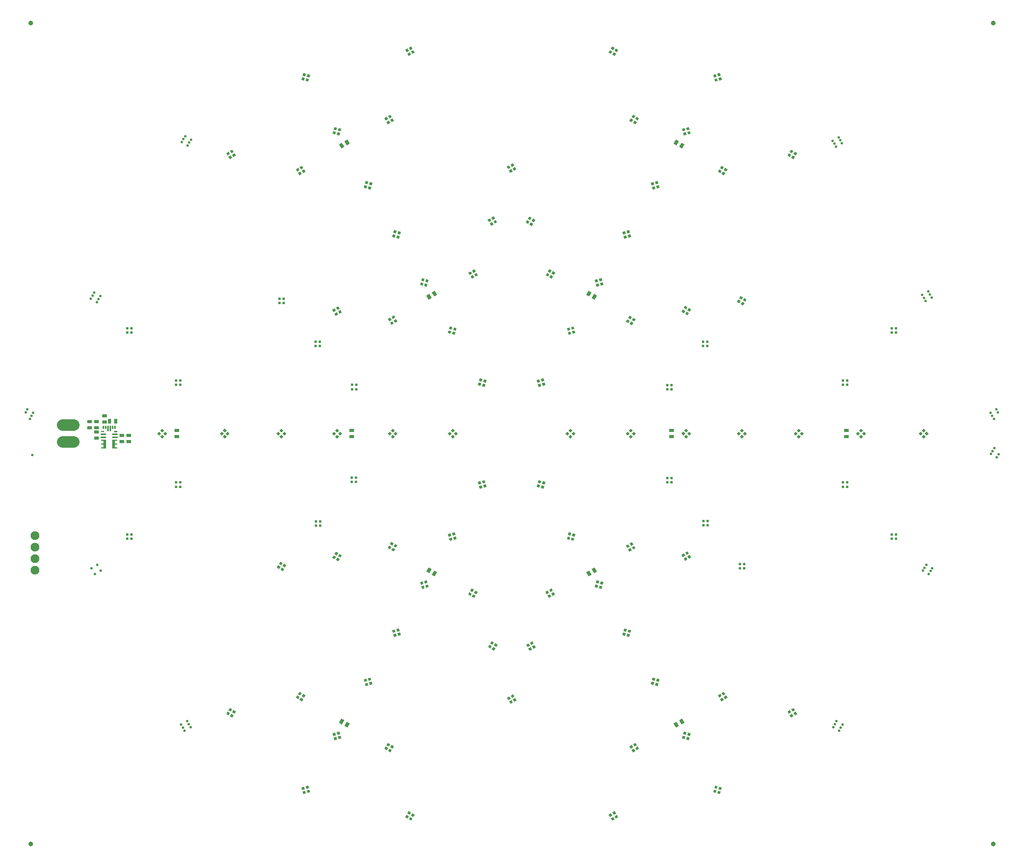
<source format=gbr>
G04 EAGLE Gerber RS-274X export*
G75*
%MOMM*%
%FSLAX34Y34*%
%LPD*%
%INSoldermask Top*%
%IPPOS*%
%AMOC8*
5,1,8,0,0,1.08239X$1,22.5*%
G01*
%ADD10C,0.550800*%
%ADD11C,2.550800*%
%ADD12C,1.050800*%
%ADD13R,0.600800X0.600800*%
%ADD14R,0.600800X0.600800*%
%ADD15R,1.050800X0.750800*%
%ADD16R,0.750800X1.050800*%
%ADD17R,1.150800X0.300800*%
%ADD18R,0.750800X0.300800*%
%ADD19R,0.300800X1.150800*%
%ADD20R,0.300800X0.750800*%
%ADD21C,1.930400*%

G36*
X186105Y951749D02*
X186105Y951749D01*
X186105Y951750D01*
X186105Y971250D01*
X186101Y971255D01*
X186100Y971255D01*
X175100Y971255D01*
X175095Y971251D01*
X175095Y971250D01*
X175095Y968750D01*
X175099Y968745D01*
X175100Y968745D01*
X180095Y968745D01*
X180095Y962755D01*
X175100Y962755D01*
X175095Y962751D01*
X175095Y962750D01*
X175095Y960250D01*
X175099Y960245D01*
X175100Y960245D01*
X180095Y960245D01*
X180095Y954255D01*
X175100Y954255D01*
X175095Y954251D01*
X175095Y954250D01*
X175095Y951750D01*
X175099Y951745D01*
X175100Y951745D01*
X186100Y951745D01*
X186105Y951749D01*
G37*
G36*
X211105Y951749D02*
X211105Y951749D01*
X211105Y951750D01*
X211105Y954250D01*
X211101Y954255D01*
X211100Y954255D01*
X206105Y954255D01*
X206105Y960245D01*
X211100Y960245D01*
X211105Y960249D01*
X211105Y960250D01*
X211105Y962750D01*
X211101Y962755D01*
X211100Y962755D01*
X206105Y962755D01*
X206105Y968745D01*
X211100Y968745D01*
X211105Y968749D01*
X211105Y968750D01*
X211105Y971250D01*
X211101Y971255D01*
X211100Y971255D01*
X200100Y971255D01*
X200095Y971251D01*
X200095Y971250D01*
X200095Y951750D01*
X200099Y951745D01*
X200100Y951745D01*
X211100Y951745D01*
X211105Y951749D01*
G37*
G36*
X182105Y988249D02*
X182105Y988249D01*
X182105Y988250D01*
X182105Y989500D01*
X182103Y989502D01*
X182104Y989504D01*
X180854Y990754D01*
X180851Y990754D01*
X180850Y990755D01*
X175100Y990755D01*
X175095Y990751D01*
X175095Y990750D01*
X175095Y988250D01*
X175099Y988245D01*
X175100Y988245D01*
X182100Y988245D01*
X182105Y988249D01*
G37*
D10*
X1787835Y337590D03*
X1791585Y344085D03*
X1795335Y350580D03*
X1800825Y330090D03*
X1804575Y336585D03*
X1808325Y343080D03*
X1985335Y682590D03*
X1989085Y689085D03*
X1992835Y695580D03*
X1998325Y675090D03*
X2002075Y681585D03*
X2005825Y688080D03*
X352835Y1627590D03*
X356585Y1634085D03*
X360335Y1640580D03*
X365825Y1620090D03*
X369575Y1626585D03*
X373325Y1633080D03*
X152835Y1282590D03*
X156585Y1289085D03*
X160335Y1295580D03*
X165825Y1275090D03*
X169575Y1281585D03*
X173325Y1288080D03*
X174665Y682590D03*
X167165Y695580D03*
X161675Y675090D03*
X154175Y688080D03*
X372165Y337590D03*
X368415Y344085D03*
X364665Y350580D03*
X359175Y330090D03*
X355425Y336585D03*
X351675Y343080D03*
X2004665Y1285090D03*
X2000915Y1291585D03*
X1997165Y1298080D03*
X1991675Y1277590D03*
X1987925Y1284085D03*
X1984175Y1290580D03*
X1807165Y1625090D03*
X1803415Y1631585D03*
X1799665Y1638080D03*
X1794175Y1617590D03*
X1790425Y1624085D03*
X1786675Y1630580D03*
X2150915Y1031585D03*
X2147165Y1038080D03*
X2141675Y1017590D03*
X2137925Y1024085D03*
X2134175Y1030580D03*
X2135335Y940090D03*
X2139085Y946585D03*
X2142835Y953080D03*
X2148325Y932590D03*
X2152075Y939085D03*
X9085Y1031585D03*
X12835Y1038080D03*
X18325Y1017590D03*
X22075Y1024085D03*
X25825Y1030580D03*
X23325Y937590D03*
D11*
X90313Y966250D02*
X115313Y966250D01*
X115313Y1003750D02*
X90313Y1003750D01*
D12*
X2140000Y1890000D03*
X2140000Y80000D03*
X20000Y1890000D03*
X20000Y80000D03*
D13*
G36*
X956717Y980752D02*
X952469Y985000D01*
X956717Y989248D01*
X960965Y985000D01*
X956717Y980752D01*
G37*
G36*
X950000Y974035D02*
X945752Y978283D01*
X950000Y982531D01*
X954248Y978283D01*
X950000Y974035D01*
G37*
G36*
X943282Y980752D02*
X939034Y985000D01*
X943282Y989248D01*
X947530Y985000D01*
X943282Y980752D01*
G37*
G36*
X950000Y987470D02*
X945752Y991718D01*
X950000Y995966D01*
X954248Y991718D01*
X950000Y987470D01*
G37*
G36*
X824217Y980752D02*
X819969Y985000D01*
X824217Y989248D01*
X828465Y985000D01*
X824217Y980752D01*
G37*
G36*
X817500Y974034D02*
X813252Y978282D01*
X817500Y982530D01*
X821748Y978282D01*
X817500Y974034D01*
G37*
G36*
X810782Y980752D02*
X806534Y985000D01*
X810782Y989248D01*
X815030Y985000D01*
X810782Y980752D01*
G37*
G36*
X817500Y987470D02*
X813252Y991718D01*
X817500Y995966D01*
X821748Y991718D01*
X817500Y987470D01*
G37*
D14*
X737250Y1082750D03*
X727750Y1082750D03*
X727750Y1092250D03*
X737250Y1092250D03*
X657250Y1177750D03*
X647750Y1177750D03*
X647750Y1187250D03*
X657250Y1187250D03*
X567750Y1272750D03*
X567750Y1282250D03*
X577250Y1282250D03*
X577250Y1272750D03*
D13*
G36*
X689610Y1260842D02*
X692614Y1255640D01*
X687412Y1252636D01*
X684408Y1257838D01*
X689610Y1260842D01*
G37*
G36*
X697838Y1265592D02*
X700842Y1260390D01*
X695640Y1257386D01*
X692636Y1262588D01*
X697838Y1265592D01*
G37*
G36*
X702588Y1257364D02*
X705592Y1252162D01*
X700390Y1249158D01*
X697386Y1254360D01*
X702588Y1257364D01*
G37*
G36*
X694360Y1252614D02*
X697364Y1247412D01*
X692162Y1244408D01*
X689158Y1249610D01*
X694360Y1252614D01*
G37*
D15*
X342500Y992000D03*
X342500Y978000D03*
D13*
G36*
X812110Y1240842D02*
X815114Y1235640D01*
X809912Y1232636D01*
X806908Y1237838D01*
X812110Y1240842D01*
G37*
G36*
X820338Y1245592D02*
X823342Y1240390D01*
X818140Y1237386D01*
X815136Y1242588D01*
X820338Y1245592D01*
G37*
G36*
X825088Y1237364D02*
X828092Y1232162D01*
X822890Y1229158D01*
X819886Y1234360D01*
X825088Y1237364D01*
G37*
G36*
X816860Y1232614D02*
X819864Y1227412D01*
X814662Y1224408D01*
X811658Y1229610D01*
X816860Y1232614D01*
G37*
G36*
X701718Y980752D02*
X697470Y985000D01*
X701718Y989248D01*
X705966Y985000D01*
X701718Y980752D01*
G37*
G36*
X695000Y974034D02*
X690752Y978282D01*
X695000Y982530D01*
X699248Y978282D01*
X695000Y974034D01*
G37*
G36*
X688283Y980752D02*
X684035Y985000D01*
X688283Y989248D01*
X692531Y985000D01*
X688283Y980752D01*
G37*
G36*
X695000Y987470D02*
X690752Y991718D01*
X695000Y995966D01*
X699248Y991718D01*
X695000Y987470D01*
G37*
G36*
X579217Y980752D02*
X574969Y985000D01*
X579217Y989248D01*
X583465Y985000D01*
X579217Y980752D01*
G37*
G36*
X572500Y974034D02*
X568252Y978282D01*
X572500Y982530D01*
X576748Y978282D01*
X572500Y974034D01*
G37*
G36*
X565782Y980752D02*
X561534Y985000D01*
X565782Y989248D01*
X570030Y985000D01*
X565782Y980752D01*
G37*
G36*
X572500Y987470D02*
X568252Y991718D01*
X572500Y995966D01*
X576748Y991718D01*
X572500Y987470D01*
G37*
G36*
X454218Y980752D02*
X449970Y985000D01*
X454218Y989248D01*
X458466Y985000D01*
X454218Y980752D01*
G37*
G36*
X447500Y974034D02*
X443252Y978282D01*
X447500Y982530D01*
X451748Y978282D01*
X447500Y974034D01*
G37*
G36*
X440782Y980752D02*
X436534Y985000D01*
X440782Y989248D01*
X445030Y985000D01*
X440782Y980752D01*
G37*
G36*
X447500Y987470D02*
X443252Y991718D01*
X447500Y995966D01*
X451748Y991718D01*
X447500Y987470D01*
G37*
D14*
X349750Y1092750D03*
X340250Y1092750D03*
X340250Y1102250D03*
X349750Y1102250D03*
X242250Y1207750D03*
X232750Y1207750D03*
X232750Y1217250D03*
X242250Y1217250D03*
X349750Y877250D03*
X349750Y867750D03*
X340250Y867750D03*
X340250Y877250D03*
X242250Y762250D03*
X242250Y752750D03*
X232750Y752750D03*
X232750Y762250D03*
D13*
G36*
X316718Y980752D02*
X312470Y985000D01*
X316718Y989248D01*
X320966Y985000D01*
X316718Y980752D01*
G37*
G36*
X310000Y974034D02*
X305752Y978282D01*
X310000Y982530D01*
X314248Y978282D01*
X310000Y974034D01*
G37*
G36*
X303283Y980752D02*
X299035Y985000D01*
X303283Y989248D01*
X307531Y985000D01*
X303283Y980752D01*
G37*
G36*
X310000Y987470D02*
X305752Y991718D01*
X310000Y995966D01*
X314248Y991718D01*
X310000Y987470D01*
G37*
D15*
X727500Y992000D03*
X727500Y978000D03*
D16*
X207720Y1012100D03*
X193720Y1012100D03*
D15*
X221040Y981000D03*
X221040Y967000D03*
X236280Y981000D03*
X236280Y967000D03*
X149920Y1011480D03*
X149920Y997480D03*
X165160Y997480D03*
X165160Y1011480D03*
X165160Y988620D03*
X165160Y974620D03*
X182940Y1010180D03*
X182940Y1024180D03*
D17*
X180600Y976500D03*
X205600Y976500D03*
X180600Y983000D03*
X205600Y983000D03*
D18*
X207600Y989500D03*
D19*
X195600Y996500D03*
X190600Y996500D03*
D20*
X200600Y998500D03*
X205600Y998500D03*
X185600Y998500D03*
X180600Y998500D03*
D13*
G36*
X1021861Y876417D02*
X1016058Y874862D01*
X1014503Y880665D01*
X1020306Y882220D01*
X1021861Y876417D01*
G37*
G36*
X1024320Y867241D02*
X1018517Y865686D01*
X1016962Y871489D01*
X1022765Y873044D01*
X1024320Y867241D01*
G37*
G36*
X1015143Y864782D02*
X1009340Y863227D01*
X1007785Y869030D01*
X1013588Y870585D01*
X1015143Y864782D01*
G37*
G36*
X1012684Y873958D02*
X1006881Y872403D01*
X1005326Y878206D01*
X1011129Y879761D01*
X1012684Y873958D01*
G37*
G36*
X955611Y761668D02*
X949808Y760113D01*
X948253Y765916D01*
X954056Y767471D01*
X955611Y761668D01*
G37*
G36*
X958070Y752492D02*
X952267Y750937D01*
X950712Y756740D01*
X956515Y758295D01*
X958070Y752492D01*
G37*
G36*
X948893Y750033D02*
X943090Y748478D01*
X941535Y754281D01*
X947338Y755836D01*
X948893Y750033D01*
G37*
G36*
X946434Y759210D02*
X940631Y757655D01*
X939076Y763458D01*
X944879Y765013D01*
X946434Y759210D01*
G37*
G36*
X824893Y733248D02*
X819691Y736252D01*
X822695Y741454D01*
X827897Y738450D01*
X824893Y733248D01*
G37*
G36*
X820143Y725021D02*
X814941Y728025D01*
X817945Y733227D01*
X823147Y730223D01*
X820143Y725021D01*
G37*
G36*
X811916Y729771D02*
X806714Y732775D01*
X809718Y737977D01*
X814920Y734973D01*
X811916Y729771D01*
G37*
G36*
X816666Y737998D02*
X811464Y741002D01*
X814468Y746204D01*
X819670Y743200D01*
X816666Y737998D01*
G37*
G36*
X702621Y711466D02*
X697419Y714470D01*
X700423Y719672D01*
X705625Y716668D01*
X702621Y711466D01*
G37*
G36*
X697871Y703239D02*
X692669Y706243D01*
X695673Y711445D01*
X700875Y708441D01*
X697871Y703239D01*
G37*
G36*
X689643Y707989D02*
X684441Y710993D01*
X687445Y716195D01*
X692647Y713191D01*
X689643Y707989D01*
G37*
G36*
X694393Y716216D02*
X689191Y719220D01*
X692195Y724422D01*
X697397Y721418D01*
X694393Y716216D01*
G37*
G36*
X570396Y684461D02*
X573400Y689663D01*
X578602Y686659D01*
X575598Y681457D01*
X570396Y684461D01*
G37*
G36*
X562169Y689211D02*
X565173Y694413D01*
X570375Y691409D01*
X567371Y686207D01*
X562169Y689211D01*
G37*
G36*
X566919Y697438D02*
X569923Y702640D01*
X575125Y699636D01*
X572121Y694434D01*
X566919Y697438D01*
G37*
G36*
X575146Y692688D02*
X578150Y697890D01*
X583352Y694886D01*
X580348Y689684D01*
X575146Y692688D01*
G37*
D14*
X648746Y782137D03*
X648746Y791637D03*
X658246Y791637D03*
X658246Y782137D03*
D16*
G36*
X704387Y356540D02*
X710889Y352786D01*
X705635Y343686D01*
X699133Y347440D01*
X704387Y356540D01*
G37*
G36*
X716511Y349540D02*
X723013Y345786D01*
X717759Y336686D01*
X711257Y340440D01*
X716511Y349540D01*
G37*
D14*
X727317Y878225D03*
X727317Y887725D03*
X736817Y887725D03*
X736817Y878225D03*
D13*
G36*
X894361Y655580D02*
X888558Y654025D01*
X887003Y659828D01*
X892806Y661383D01*
X894361Y655580D01*
G37*
G36*
X896820Y646404D02*
X891017Y644849D01*
X889462Y650652D01*
X895265Y652207D01*
X896820Y646404D01*
G37*
G36*
X887643Y643945D02*
X881840Y642390D01*
X880285Y648193D01*
X886088Y649748D01*
X887643Y643945D01*
G37*
G36*
X885184Y653122D02*
X879381Y651567D01*
X877826Y657370D01*
X883629Y658925D01*
X885184Y653122D01*
G37*
G36*
X833111Y549492D02*
X827308Y547937D01*
X825753Y553740D01*
X831556Y555295D01*
X833111Y549492D01*
G37*
G36*
X835570Y540316D02*
X829767Y538761D01*
X828212Y544564D01*
X834015Y546119D01*
X835570Y540316D01*
G37*
G36*
X826393Y537857D02*
X820590Y536302D01*
X819035Y542105D01*
X824838Y543660D01*
X826393Y537857D01*
G37*
G36*
X823934Y547033D02*
X818131Y545478D01*
X816576Y551281D01*
X822379Y552836D01*
X823934Y547033D01*
G37*
G36*
X770611Y441239D02*
X764808Y439684D01*
X763253Y445487D01*
X769056Y447042D01*
X770611Y441239D01*
G37*
G36*
X773070Y432063D02*
X767267Y430508D01*
X765712Y436311D01*
X771515Y437866D01*
X773070Y432063D01*
G37*
G36*
X763893Y429604D02*
X758090Y428049D01*
X756535Y433852D01*
X762338Y435407D01*
X763893Y429604D01*
G37*
G36*
X761434Y438780D02*
X755631Y437225D01*
X754076Y443028D01*
X759879Y444583D01*
X761434Y438780D01*
G37*
G36*
X622483Y402664D02*
X617281Y405668D01*
X620285Y410870D01*
X625487Y407866D01*
X622483Y402664D01*
G37*
G36*
X617733Y394436D02*
X612531Y397440D01*
X615535Y402642D01*
X620737Y399638D01*
X617733Y394436D01*
G37*
G36*
X609506Y399186D02*
X604304Y402190D01*
X607308Y407392D01*
X612510Y404388D01*
X609506Y399186D01*
G37*
G36*
X614256Y407414D02*
X609054Y410418D01*
X612058Y415620D01*
X617260Y412616D01*
X614256Y407414D01*
G37*
G36*
X469140Y367066D02*
X463938Y370070D01*
X466942Y375272D01*
X472144Y372268D01*
X469140Y367066D01*
G37*
G36*
X464390Y358839D02*
X459188Y361843D01*
X462192Y367045D01*
X467394Y364041D01*
X464390Y358839D01*
G37*
G36*
X456163Y363589D02*
X450961Y366593D01*
X453965Y371795D01*
X459167Y368791D01*
X456163Y363589D01*
G37*
G36*
X460913Y371816D02*
X455711Y374820D01*
X458715Y380022D01*
X463917Y377018D01*
X460913Y371816D01*
G37*
G36*
X812115Y300116D02*
X809111Y294914D01*
X803909Y297918D01*
X806913Y303120D01*
X812115Y300116D01*
G37*
G36*
X820342Y295366D02*
X817338Y290164D01*
X812136Y293168D01*
X815140Y298370D01*
X820342Y295366D01*
G37*
G36*
X815592Y287138D02*
X812588Y281936D01*
X807386Y284940D01*
X810390Y290142D01*
X815592Y287138D01*
G37*
G36*
X807365Y291888D02*
X804361Y286686D01*
X799159Y289690D01*
X802163Y294892D01*
X807365Y291888D01*
G37*
G36*
X857958Y149518D02*
X854954Y144316D01*
X849752Y147320D01*
X852756Y152522D01*
X857958Y149518D01*
G37*
G36*
X866185Y144768D02*
X863181Y139566D01*
X857979Y142570D01*
X860983Y147772D01*
X866185Y144768D01*
G37*
G36*
X861435Y136541D02*
X858431Y131339D01*
X853229Y134343D01*
X856233Y139545D01*
X861435Y136541D01*
G37*
G36*
X853208Y141291D02*
X850204Y136089D01*
X845002Y139093D01*
X848006Y144295D01*
X853208Y141291D01*
G37*
G36*
X701861Y322161D02*
X696058Y320606D01*
X694503Y326409D01*
X700306Y327964D01*
X701861Y322161D01*
G37*
G36*
X704320Y312984D02*
X698517Y311429D01*
X696962Y317232D01*
X702765Y318787D01*
X704320Y312984D01*
G37*
G36*
X695143Y310526D02*
X689340Y308971D01*
X687785Y314774D01*
X693588Y316329D01*
X695143Y310526D01*
G37*
G36*
X692684Y319702D02*
X686881Y318147D01*
X685326Y323950D01*
X691129Y325505D01*
X692684Y319702D01*
G37*
G36*
X633111Y203082D02*
X627308Y201527D01*
X625753Y207330D01*
X631556Y208885D01*
X633111Y203082D01*
G37*
G36*
X635570Y193906D02*
X629767Y192351D01*
X628212Y198154D01*
X634015Y199709D01*
X635570Y193906D01*
G37*
G36*
X626393Y191447D02*
X620590Y189892D01*
X619035Y195695D01*
X624838Y197250D01*
X626393Y191447D01*
G37*
G36*
X623934Y200623D02*
X618131Y199068D01*
X616576Y204871D01*
X622379Y206426D01*
X623934Y200623D01*
G37*
D16*
G36*
X896887Y689960D02*
X903389Y686206D01*
X898135Y677106D01*
X891633Y680860D01*
X896887Y689960D01*
G37*
G36*
X909011Y682960D02*
X915513Y679206D01*
X910259Y670106D01*
X903757Y673860D01*
X909011Y682960D01*
G37*
D13*
G36*
X1144789Y880665D02*
X1143234Y874862D01*
X1137431Y876417D01*
X1138986Y882220D01*
X1144789Y880665D01*
G37*
G36*
X1153966Y878206D02*
X1152411Y872403D01*
X1146608Y873958D01*
X1148163Y879761D01*
X1153966Y878206D01*
G37*
G36*
X1151507Y869030D02*
X1149952Y863227D01*
X1144149Y864782D01*
X1145704Y870585D01*
X1151507Y869030D01*
G37*
G36*
X1142330Y871489D02*
X1140775Y865686D01*
X1134972Y867241D01*
X1136527Y873044D01*
X1142330Y871489D01*
G37*
G36*
X1211039Y765916D02*
X1209484Y760113D01*
X1203681Y761668D01*
X1205236Y767471D01*
X1211039Y765916D01*
G37*
G36*
X1220216Y763458D02*
X1218661Y757655D01*
X1212858Y759210D01*
X1214413Y765013D01*
X1220216Y763458D01*
G37*
G36*
X1217757Y754281D02*
X1216202Y748478D01*
X1210399Y750033D01*
X1211954Y755836D01*
X1217757Y754281D01*
G37*
G36*
X1208580Y756740D02*
X1207025Y750937D01*
X1201222Y752492D01*
X1202777Y758295D01*
X1208580Y756740D01*
G37*
G36*
X1170293Y638502D02*
X1165091Y635498D01*
X1162087Y640700D01*
X1167289Y643704D01*
X1170293Y638502D01*
G37*
G36*
X1175043Y630275D02*
X1169841Y627271D01*
X1166837Y632473D01*
X1172039Y635477D01*
X1175043Y630275D01*
G37*
G36*
X1166816Y625525D02*
X1161614Y622521D01*
X1158610Y627723D01*
X1163812Y630727D01*
X1166816Y625525D01*
G37*
G36*
X1162066Y633752D02*
X1156864Y630748D01*
X1153860Y635950D01*
X1159062Y638954D01*
X1162066Y633752D01*
G37*
G36*
X1128021Y521720D02*
X1122819Y518716D01*
X1119815Y523918D01*
X1125017Y526922D01*
X1128021Y521720D01*
G37*
G36*
X1132771Y513493D02*
X1127569Y510489D01*
X1124565Y515691D01*
X1129767Y518695D01*
X1132771Y513493D01*
G37*
G36*
X1124543Y508743D02*
X1119341Y505739D01*
X1116337Y510941D01*
X1121539Y513945D01*
X1124543Y508743D01*
G37*
G36*
X1119793Y516970D02*
X1114591Y513966D01*
X1111587Y519168D01*
X1116789Y522172D01*
X1119793Y516970D01*
G37*
G36*
X1085296Y393707D02*
X1082292Y398909D01*
X1087494Y401913D01*
X1090498Y396711D01*
X1085296Y393707D01*
G37*
G36*
X1077069Y388957D02*
X1074065Y394159D01*
X1079267Y397163D01*
X1082271Y391961D01*
X1077069Y388957D01*
G37*
G36*
X1072319Y397184D02*
X1069315Y402386D01*
X1074517Y405390D01*
X1077521Y400188D01*
X1072319Y397184D01*
G37*
G36*
X1080546Y401934D02*
X1077542Y407136D01*
X1082744Y410140D01*
X1085748Y404938D01*
X1080546Y401934D01*
G37*
G36*
X1035778Y509299D02*
X1038782Y514501D01*
X1043984Y511497D01*
X1040980Y506295D01*
X1035778Y509299D01*
G37*
G36*
X1027550Y514049D02*
X1030554Y519251D01*
X1035756Y516247D01*
X1032752Y511045D01*
X1027550Y514049D01*
G37*
G36*
X1032300Y522276D02*
X1035304Y527478D01*
X1040506Y524474D01*
X1037502Y519272D01*
X1032300Y522276D01*
G37*
G36*
X1040528Y517526D02*
X1043532Y522728D01*
X1048734Y519724D01*
X1045730Y514522D01*
X1040528Y517526D01*
G37*
D16*
G36*
X1436279Y345786D02*
X1442781Y349540D01*
X1448035Y340440D01*
X1441533Y336686D01*
X1436279Y345786D01*
G37*
G36*
X1448403Y352786D02*
X1454905Y356540D01*
X1460159Y347440D01*
X1453657Y343686D01*
X1448403Y352786D01*
G37*
D13*
G36*
X991848Y625387D02*
X994852Y630589D01*
X1000054Y627585D01*
X997050Y622383D01*
X991848Y625387D01*
G37*
G36*
X983621Y630137D02*
X986625Y635339D01*
X991827Y632335D01*
X988823Y627133D01*
X983621Y630137D01*
G37*
G36*
X988371Y638365D02*
X991375Y643567D01*
X996577Y640563D01*
X993573Y635361D01*
X988371Y638365D01*
G37*
G36*
X996598Y633615D02*
X999602Y638817D01*
X1004804Y635813D01*
X1001800Y630611D01*
X996598Y633615D01*
G37*
G36*
X1272289Y659828D02*
X1270734Y654025D01*
X1264931Y655580D01*
X1266486Y661383D01*
X1272289Y659828D01*
G37*
G36*
X1281466Y657370D02*
X1279911Y651567D01*
X1274108Y653122D01*
X1275663Y658925D01*
X1281466Y657370D01*
G37*
G36*
X1279007Y648193D02*
X1277452Y642390D01*
X1271649Y643945D01*
X1273204Y649748D01*
X1279007Y648193D01*
G37*
G36*
X1269830Y650652D02*
X1268275Y644849D01*
X1262472Y646404D01*
X1264027Y652207D01*
X1269830Y650652D01*
G37*
G36*
X1333539Y553740D02*
X1331984Y547937D01*
X1326181Y549492D01*
X1327736Y555295D01*
X1333539Y553740D01*
G37*
G36*
X1342716Y551281D02*
X1341161Y545478D01*
X1335358Y547033D01*
X1336913Y552836D01*
X1342716Y551281D01*
G37*
G36*
X1340257Y542105D02*
X1338702Y536302D01*
X1332899Y537857D01*
X1334454Y543660D01*
X1340257Y542105D01*
G37*
G36*
X1331080Y544564D02*
X1329525Y538761D01*
X1323722Y540316D01*
X1325277Y546119D01*
X1331080Y544564D01*
G37*
G36*
X1396039Y445487D02*
X1394484Y439684D01*
X1388681Y441239D01*
X1390236Y447042D01*
X1396039Y445487D01*
G37*
G36*
X1405216Y443028D02*
X1403661Y437225D01*
X1397858Y438780D01*
X1399413Y444583D01*
X1405216Y443028D01*
G37*
G36*
X1402757Y433852D02*
X1401202Y428049D01*
X1395399Y429604D01*
X1396954Y435407D01*
X1402757Y433852D01*
G37*
G36*
X1393580Y436311D02*
X1392025Y430508D01*
X1386222Y432063D01*
X1387777Y437866D01*
X1393580Y436311D01*
G37*
G36*
X1355383Y297918D02*
X1350181Y294914D01*
X1347177Y300116D01*
X1352379Y303120D01*
X1355383Y297918D01*
G37*
G36*
X1360133Y289690D02*
X1354931Y286686D01*
X1351927Y291888D01*
X1357129Y294892D01*
X1360133Y289690D01*
G37*
G36*
X1351906Y284940D02*
X1346704Y281936D01*
X1343700Y287138D01*
X1348902Y290142D01*
X1351906Y284940D01*
G37*
G36*
X1347156Y293168D02*
X1341954Y290164D01*
X1338950Y295366D01*
X1344152Y298370D01*
X1347156Y293168D01*
G37*
G36*
X1309540Y147320D02*
X1304338Y144316D01*
X1301334Y149518D01*
X1306536Y152522D01*
X1309540Y147320D01*
G37*
G36*
X1314290Y139093D02*
X1309088Y136089D01*
X1306084Y141291D01*
X1311286Y144295D01*
X1314290Y139093D01*
G37*
G36*
X1306063Y134343D02*
X1300861Y131339D01*
X1297857Y136541D01*
X1303059Y139545D01*
X1306063Y134343D01*
G37*
G36*
X1301313Y142570D02*
X1296111Y139566D01*
X1293107Y144768D01*
X1298309Y147772D01*
X1301313Y142570D01*
G37*
G36*
X1539007Y410870D02*
X1542011Y405668D01*
X1536809Y402664D01*
X1533805Y407866D01*
X1539007Y410870D01*
G37*
G36*
X1547234Y415620D02*
X1550238Y410418D01*
X1545036Y407414D01*
X1542032Y412616D01*
X1547234Y415620D01*
G37*
G36*
X1551984Y407392D02*
X1554988Y402190D01*
X1549786Y399186D01*
X1546782Y404388D01*
X1551984Y407392D01*
G37*
G36*
X1543757Y402642D02*
X1546761Y397440D01*
X1541559Y394436D01*
X1538555Y399638D01*
X1543757Y402642D01*
G37*
G36*
X1692350Y375272D02*
X1695354Y370070D01*
X1690152Y367066D01*
X1687148Y372268D01*
X1692350Y375272D01*
G37*
G36*
X1700577Y380022D02*
X1703581Y374820D01*
X1698379Y371816D01*
X1695375Y377018D01*
X1700577Y380022D01*
G37*
G36*
X1705327Y371795D02*
X1708331Y366593D01*
X1703129Y363589D01*
X1700125Y368791D01*
X1705327Y371795D01*
G37*
G36*
X1697100Y367045D02*
X1700104Y361843D01*
X1694902Y358839D01*
X1691898Y364041D01*
X1697100Y367045D01*
G37*
G36*
X1464789Y326409D02*
X1463234Y320606D01*
X1457431Y322161D01*
X1458986Y327964D01*
X1464789Y326409D01*
G37*
G36*
X1473966Y323950D02*
X1472411Y318147D01*
X1466608Y319702D01*
X1468163Y325505D01*
X1473966Y323950D01*
G37*
G36*
X1471507Y314774D02*
X1469952Y308971D01*
X1464149Y310526D01*
X1465704Y316329D01*
X1471507Y314774D01*
G37*
G36*
X1462330Y317232D02*
X1460775Y311429D01*
X1454972Y312984D01*
X1456527Y318787D01*
X1462330Y317232D01*
G37*
G36*
X1533539Y207330D02*
X1531984Y201527D01*
X1526181Y203082D01*
X1527736Y208885D01*
X1533539Y207330D01*
G37*
G36*
X1542716Y204871D02*
X1541161Y199068D01*
X1535358Y200623D01*
X1536913Y206426D01*
X1542716Y204871D01*
G37*
G36*
X1540257Y195695D02*
X1538702Y189892D01*
X1532899Y191447D01*
X1534454Y197250D01*
X1540257Y195695D01*
G37*
G36*
X1531080Y198154D02*
X1529525Y192351D01*
X1523722Y193906D01*
X1525277Y199709D01*
X1531080Y198154D01*
G37*
D16*
G36*
X1243779Y679206D02*
X1250281Y682960D01*
X1255535Y673860D01*
X1249033Y670106D01*
X1243779Y679206D01*
G37*
G36*
X1255903Y686206D02*
X1262405Y689960D01*
X1267659Y680860D01*
X1261157Y677106D01*
X1255903Y686206D01*
G37*
D13*
G36*
X1202574Y989248D02*
X1206822Y985000D01*
X1202574Y980752D01*
X1198326Y985000D01*
X1202574Y989248D01*
G37*
G36*
X1209292Y995966D02*
X1213540Y991718D01*
X1209292Y987470D01*
X1205044Y991718D01*
X1209292Y995966D01*
G37*
G36*
X1216009Y989248D02*
X1220257Y985000D01*
X1216009Y980752D01*
X1211761Y985000D01*
X1216009Y989248D01*
G37*
G36*
X1209292Y982530D02*
X1213540Y978282D01*
X1209292Y974034D01*
X1205044Y978282D01*
X1209292Y982530D01*
G37*
G36*
X1335074Y989248D02*
X1339322Y985000D01*
X1335074Y980752D01*
X1330826Y985000D01*
X1335074Y989248D01*
G37*
G36*
X1341792Y995966D02*
X1346040Y991718D01*
X1341792Y987470D01*
X1337544Y991718D01*
X1341792Y995966D01*
G37*
G36*
X1348509Y989248D02*
X1352757Y985000D01*
X1348509Y980752D01*
X1344261Y985000D01*
X1348509Y989248D01*
G37*
G36*
X1341792Y982530D02*
X1346040Y978282D01*
X1341792Y974034D01*
X1337544Y978282D01*
X1341792Y982530D01*
G37*
D14*
X1422042Y887250D03*
X1431542Y887250D03*
X1431542Y877750D03*
X1422042Y877750D03*
X1502042Y792250D03*
X1511542Y792250D03*
X1511542Y782750D03*
X1502042Y782750D03*
X1591542Y697250D03*
X1591542Y687750D03*
X1582042Y687750D03*
X1582042Y697250D03*
D13*
G36*
X1469682Y709158D02*
X1466678Y714360D01*
X1471880Y717364D01*
X1474884Y712162D01*
X1469682Y709158D01*
G37*
G36*
X1461454Y704408D02*
X1458450Y709610D01*
X1463652Y712614D01*
X1466656Y707412D01*
X1461454Y704408D01*
G37*
G36*
X1456704Y712636D02*
X1453700Y717838D01*
X1458902Y720842D01*
X1461906Y715640D01*
X1456704Y712636D01*
G37*
G36*
X1464932Y717386D02*
X1461928Y722588D01*
X1467130Y725592D01*
X1470134Y720390D01*
X1464932Y717386D01*
G37*
D15*
X1816792Y978000D03*
X1816792Y992000D03*
D13*
G36*
X1347182Y729158D02*
X1344178Y734360D01*
X1349380Y737364D01*
X1352384Y732162D01*
X1347182Y729158D01*
G37*
G36*
X1338954Y724408D02*
X1335950Y729610D01*
X1341152Y732614D01*
X1344156Y727412D01*
X1338954Y724408D01*
G37*
G36*
X1334204Y732636D02*
X1331200Y737838D01*
X1336402Y740842D01*
X1339406Y735640D01*
X1334204Y732636D01*
G37*
G36*
X1342432Y737386D02*
X1339428Y742588D01*
X1344630Y745592D01*
X1347634Y740390D01*
X1342432Y737386D01*
G37*
G36*
X1457574Y989248D02*
X1461822Y985000D01*
X1457574Y980752D01*
X1453326Y985000D01*
X1457574Y989248D01*
G37*
G36*
X1464292Y995966D02*
X1468540Y991718D01*
X1464292Y987470D01*
X1460044Y991718D01*
X1464292Y995966D01*
G37*
G36*
X1471009Y989248D02*
X1475257Y985000D01*
X1471009Y980752D01*
X1466761Y985000D01*
X1471009Y989248D01*
G37*
G36*
X1464292Y982530D02*
X1468540Y978282D01*
X1464292Y974034D01*
X1460044Y978282D01*
X1464292Y982530D01*
G37*
G36*
X1580074Y989248D02*
X1584322Y985000D01*
X1580074Y980752D01*
X1575826Y985000D01*
X1580074Y989248D01*
G37*
G36*
X1586792Y995966D02*
X1591040Y991718D01*
X1586792Y987470D01*
X1582544Y991718D01*
X1586792Y995966D01*
G37*
G36*
X1593509Y989248D02*
X1597757Y985000D01*
X1593509Y980752D01*
X1589261Y985000D01*
X1593509Y989248D01*
G37*
G36*
X1586792Y982530D02*
X1591040Y978282D01*
X1586792Y974034D01*
X1582544Y978282D01*
X1586792Y982530D01*
G37*
G36*
X1705074Y989248D02*
X1709322Y985000D01*
X1705074Y980752D01*
X1700826Y985000D01*
X1705074Y989248D01*
G37*
G36*
X1711792Y995966D02*
X1716040Y991718D01*
X1711792Y987470D01*
X1707544Y991718D01*
X1711792Y995966D01*
G37*
G36*
X1718509Y989248D02*
X1722757Y985000D01*
X1718509Y980752D01*
X1714261Y985000D01*
X1718509Y989248D01*
G37*
G36*
X1711792Y982530D02*
X1716040Y978282D01*
X1711792Y974034D01*
X1707544Y978282D01*
X1711792Y982530D01*
G37*
D14*
X1809542Y877250D03*
X1819042Y877250D03*
X1819042Y867750D03*
X1809542Y867750D03*
X1917042Y762250D03*
X1926542Y762250D03*
X1926542Y752750D03*
X1917042Y752750D03*
X1809542Y1092750D03*
X1809542Y1102250D03*
X1819042Y1102250D03*
X1819042Y1092750D03*
X1917042Y1207750D03*
X1917042Y1217250D03*
X1926542Y1217250D03*
X1926542Y1207750D03*
D13*
G36*
X1842574Y989248D02*
X1846822Y985000D01*
X1842574Y980752D01*
X1838326Y985000D01*
X1842574Y989248D01*
G37*
G36*
X1849292Y995966D02*
X1853540Y991718D01*
X1849292Y987470D01*
X1845044Y991718D01*
X1849292Y995966D01*
G37*
G36*
X1856009Y989248D02*
X1860257Y985000D01*
X1856009Y980752D01*
X1851761Y985000D01*
X1856009Y989248D01*
G37*
G36*
X1849292Y982530D02*
X1853540Y978282D01*
X1849292Y974034D01*
X1845044Y978282D01*
X1849292Y982530D01*
G37*
G36*
X1980074Y989248D02*
X1984322Y985000D01*
X1980074Y980752D01*
X1975826Y985000D01*
X1980074Y989248D01*
G37*
G36*
X1986792Y995966D02*
X1991040Y991718D01*
X1986792Y987470D01*
X1982544Y991718D01*
X1986792Y995966D01*
G37*
G36*
X1993510Y989248D02*
X1997758Y985000D01*
X1993510Y980752D01*
X1989262Y985000D01*
X1993510Y989248D01*
G37*
G36*
X1986792Y982531D02*
X1991040Y978283D01*
X1986792Y974035D01*
X1982544Y978283D01*
X1986792Y982531D01*
G37*
D15*
X1431792Y978000D03*
X1431792Y992000D03*
D13*
G36*
X1137431Y1093583D02*
X1143234Y1095138D01*
X1144789Y1089335D01*
X1138986Y1087780D01*
X1137431Y1093583D01*
G37*
G36*
X1134972Y1102759D02*
X1140775Y1104314D01*
X1142330Y1098511D01*
X1136527Y1096956D01*
X1134972Y1102759D01*
G37*
G36*
X1144149Y1105218D02*
X1149952Y1106773D01*
X1151507Y1100970D01*
X1145704Y1099415D01*
X1144149Y1105218D01*
G37*
G36*
X1146608Y1096042D02*
X1152411Y1097597D01*
X1153966Y1091794D01*
X1148163Y1090239D01*
X1146608Y1096042D01*
G37*
G36*
X1203681Y1208332D02*
X1209484Y1209887D01*
X1211039Y1204084D01*
X1205236Y1202529D01*
X1203681Y1208332D01*
G37*
G36*
X1201222Y1217508D02*
X1207025Y1219063D01*
X1208580Y1213260D01*
X1202777Y1211705D01*
X1201222Y1217508D01*
G37*
G36*
X1210399Y1219967D02*
X1216202Y1221522D01*
X1217757Y1215719D01*
X1211954Y1214164D01*
X1210399Y1219967D01*
G37*
G36*
X1212858Y1210790D02*
X1218661Y1212345D01*
X1220216Y1206542D01*
X1214413Y1204987D01*
X1212858Y1210790D01*
G37*
G36*
X1334399Y1236752D02*
X1339601Y1233748D01*
X1336597Y1228546D01*
X1331395Y1231550D01*
X1334399Y1236752D01*
G37*
G36*
X1339149Y1244979D02*
X1344351Y1241975D01*
X1341347Y1236773D01*
X1336145Y1239777D01*
X1339149Y1244979D01*
G37*
G36*
X1347376Y1240229D02*
X1352578Y1237225D01*
X1349574Y1232023D01*
X1344372Y1235027D01*
X1347376Y1240229D01*
G37*
G36*
X1342626Y1232002D02*
X1347828Y1228998D01*
X1344824Y1223796D01*
X1339622Y1226800D01*
X1342626Y1232002D01*
G37*
G36*
X1456671Y1258534D02*
X1461873Y1255530D01*
X1458869Y1250328D01*
X1453667Y1253332D01*
X1456671Y1258534D01*
G37*
G36*
X1461421Y1266761D02*
X1466623Y1263757D01*
X1463619Y1258555D01*
X1458417Y1261559D01*
X1461421Y1266761D01*
G37*
G36*
X1469649Y1262011D02*
X1474851Y1259007D01*
X1471847Y1253805D01*
X1466645Y1256809D01*
X1469649Y1262011D01*
G37*
G36*
X1464899Y1253784D02*
X1470101Y1250780D01*
X1467097Y1245578D01*
X1461895Y1248582D01*
X1464899Y1253784D01*
G37*
G36*
X1588896Y1285539D02*
X1585892Y1280337D01*
X1580690Y1283341D01*
X1583694Y1288543D01*
X1588896Y1285539D01*
G37*
G36*
X1597123Y1280789D02*
X1594119Y1275587D01*
X1588917Y1278591D01*
X1591921Y1283793D01*
X1597123Y1280789D01*
G37*
G36*
X1592373Y1272562D02*
X1589369Y1267360D01*
X1584167Y1270364D01*
X1587171Y1275566D01*
X1592373Y1272562D01*
G37*
G36*
X1584146Y1277312D02*
X1581142Y1272110D01*
X1575940Y1275114D01*
X1578944Y1280316D01*
X1584146Y1277312D01*
G37*
D14*
X1510546Y1187863D03*
X1510546Y1178363D03*
X1501046Y1178363D03*
X1501046Y1187863D03*
D16*
G36*
X1454905Y1613460D02*
X1448403Y1617214D01*
X1453657Y1626314D01*
X1460159Y1622560D01*
X1454905Y1613460D01*
G37*
G36*
X1442781Y1620460D02*
X1436279Y1624214D01*
X1441533Y1633314D01*
X1448035Y1629560D01*
X1442781Y1620460D01*
G37*
D14*
X1431975Y1091775D03*
X1431975Y1082275D03*
X1422475Y1082275D03*
X1422475Y1091775D03*
D13*
G36*
X1264931Y1314420D02*
X1270734Y1315975D01*
X1272289Y1310172D01*
X1266486Y1308617D01*
X1264931Y1314420D01*
G37*
G36*
X1262472Y1323596D02*
X1268275Y1325151D01*
X1269830Y1319348D01*
X1264027Y1317793D01*
X1262472Y1323596D01*
G37*
G36*
X1271649Y1326055D02*
X1277452Y1327610D01*
X1279007Y1321807D01*
X1273204Y1320252D01*
X1271649Y1326055D01*
G37*
G36*
X1274108Y1316878D02*
X1279911Y1318433D01*
X1281466Y1312630D01*
X1275663Y1311075D01*
X1274108Y1316878D01*
G37*
G36*
X1326181Y1420508D02*
X1331984Y1422063D01*
X1333539Y1416260D01*
X1327736Y1414705D01*
X1326181Y1420508D01*
G37*
G36*
X1323722Y1429684D02*
X1329525Y1431239D01*
X1331080Y1425436D01*
X1325277Y1423881D01*
X1323722Y1429684D01*
G37*
G36*
X1332899Y1432143D02*
X1338702Y1433698D01*
X1340257Y1427895D01*
X1334454Y1426340D01*
X1332899Y1432143D01*
G37*
G36*
X1335358Y1422967D02*
X1341161Y1424522D01*
X1342716Y1418719D01*
X1336913Y1417164D01*
X1335358Y1422967D01*
G37*
G36*
X1388681Y1528761D02*
X1394484Y1530316D01*
X1396039Y1524513D01*
X1390236Y1522958D01*
X1388681Y1528761D01*
G37*
G36*
X1386222Y1537937D02*
X1392025Y1539492D01*
X1393580Y1533689D01*
X1387777Y1532134D01*
X1386222Y1537937D01*
G37*
G36*
X1395399Y1540396D02*
X1401202Y1541951D01*
X1402757Y1536148D01*
X1396954Y1534593D01*
X1395399Y1540396D01*
G37*
G36*
X1397858Y1531220D02*
X1403661Y1532775D01*
X1405216Y1526972D01*
X1399413Y1525417D01*
X1397858Y1531220D01*
G37*
G36*
X1536809Y1567336D02*
X1542011Y1564332D01*
X1539007Y1559130D01*
X1533805Y1562134D01*
X1536809Y1567336D01*
G37*
G36*
X1541559Y1575564D02*
X1546761Y1572560D01*
X1543757Y1567358D01*
X1538555Y1570362D01*
X1541559Y1575564D01*
G37*
G36*
X1549786Y1570814D02*
X1554988Y1567810D01*
X1551984Y1562608D01*
X1546782Y1565612D01*
X1549786Y1570814D01*
G37*
G36*
X1545036Y1562586D02*
X1550238Y1559582D01*
X1547234Y1554380D01*
X1542032Y1557384D01*
X1545036Y1562586D01*
G37*
G36*
X1690152Y1602934D02*
X1695354Y1599930D01*
X1692350Y1594728D01*
X1687148Y1597732D01*
X1690152Y1602934D01*
G37*
G36*
X1694902Y1611161D02*
X1700104Y1608157D01*
X1697100Y1602955D01*
X1691898Y1605959D01*
X1694902Y1611161D01*
G37*
G36*
X1703129Y1606411D02*
X1708331Y1603407D01*
X1705327Y1598205D01*
X1700125Y1601209D01*
X1703129Y1606411D01*
G37*
G36*
X1698379Y1598184D02*
X1703581Y1595180D01*
X1700577Y1589978D01*
X1695375Y1592982D01*
X1698379Y1598184D01*
G37*
G36*
X1347177Y1669884D02*
X1350181Y1675086D01*
X1355383Y1672082D01*
X1352379Y1666880D01*
X1347177Y1669884D01*
G37*
G36*
X1338950Y1674634D02*
X1341954Y1679836D01*
X1347156Y1676832D01*
X1344152Y1671630D01*
X1338950Y1674634D01*
G37*
G36*
X1343700Y1682862D02*
X1346704Y1688064D01*
X1351906Y1685060D01*
X1348902Y1679858D01*
X1343700Y1682862D01*
G37*
G36*
X1351927Y1678112D02*
X1354931Y1683314D01*
X1360133Y1680310D01*
X1357129Y1675108D01*
X1351927Y1678112D01*
G37*
G36*
X1301334Y1820482D02*
X1304338Y1825684D01*
X1309540Y1822680D01*
X1306536Y1817478D01*
X1301334Y1820482D01*
G37*
G36*
X1293107Y1825232D02*
X1296111Y1830434D01*
X1301313Y1827430D01*
X1298309Y1822228D01*
X1293107Y1825232D01*
G37*
G36*
X1297857Y1833459D02*
X1300861Y1838661D01*
X1306063Y1835657D01*
X1303059Y1830455D01*
X1297857Y1833459D01*
G37*
G36*
X1306084Y1828709D02*
X1309088Y1833911D01*
X1314290Y1830907D01*
X1311286Y1825705D01*
X1306084Y1828709D01*
G37*
G36*
X1457431Y1647839D02*
X1463234Y1649394D01*
X1464789Y1643591D01*
X1458986Y1642036D01*
X1457431Y1647839D01*
G37*
G36*
X1454972Y1657016D02*
X1460775Y1658571D01*
X1462330Y1652768D01*
X1456527Y1651213D01*
X1454972Y1657016D01*
G37*
G36*
X1464149Y1659475D02*
X1469952Y1661030D01*
X1471507Y1655227D01*
X1465704Y1653672D01*
X1464149Y1659475D01*
G37*
G36*
X1466608Y1650298D02*
X1472411Y1651853D01*
X1473966Y1646050D01*
X1468163Y1644495D01*
X1466608Y1650298D01*
G37*
G36*
X1526181Y1766918D02*
X1531984Y1768473D01*
X1533539Y1762670D01*
X1527736Y1761115D01*
X1526181Y1766918D01*
G37*
G36*
X1523722Y1776094D02*
X1529525Y1777649D01*
X1531080Y1771846D01*
X1525277Y1770291D01*
X1523722Y1776094D01*
G37*
G36*
X1532899Y1778553D02*
X1538702Y1780108D01*
X1540257Y1774305D01*
X1534454Y1772750D01*
X1532899Y1778553D01*
G37*
G36*
X1535358Y1769377D02*
X1541161Y1770932D01*
X1542716Y1765129D01*
X1536913Y1763574D01*
X1535358Y1769377D01*
G37*
D16*
G36*
X1262405Y1280040D02*
X1255903Y1283794D01*
X1261157Y1292894D01*
X1267659Y1289140D01*
X1262405Y1280040D01*
G37*
G36*
X1250281Y1287040D02*
X1243779Y1290794D01*
X1249033Y1299894D01*
X1255535Y1296140D01*
X1250281Y1287040D01*
G37*
D13*
G36*
X1014503Y1089335D02*
X1016058Y1095138D01*
X1021861Y1093583D01*
X1020306Y1087780D01*
X1014503Y1089335D01*
G37*
G36*
X1005326Y1091794D02*
X1006881Y1097597D01*
X1012684Y1096042D01*
X1011129Y1090239D01*
X1005326Y1091794D01*
G37*
G36*
X1007785Y1100970D02*
X1009340Y1106773D01*
X1015143Y1105218D01*
X1013588Y1099415D01*
X1007785Y1100970D01*
G37*
G36*
X1016962Y1098511D02*
X1018517Y1104314D01*
X1024320Y1102759D01*
X1022765Y1096956D01*
X1016962Y1098511D01*
G37*
G36*
X948253Y1204084D02*
X949808Y1209887D01*
X955611Y1208332D01*
X954056Y1202529D01*
X948253Y1204084D01*
G37*
G36*
X939076Y1206542D02*
X940631Y1212345D01*
X946434Y1210790D01*
X944879Y1204987D01*
X939076Y1206542D01*
G37*
G36*
X941535Y1215719D02*
X943090Y1221522D01*
X948893Y1219967D01*
X947338Y1214164D01*
X941535Y1215719D01*
G37*
G36*
X950712Y1213260D02*
X952267Y1219063D01*
X958070Y1217508D01*
X956515Y1211705D01*
X950712Y1213260D01*
G37*
G36*
X988999Y1331498D02*
X994201Y1334502D01*
X997205Y1329300D01*
X992003Y1326296D01*
X988999Y1331498D01*
G37*
G36*
X984249Y1339725D02*
X989451Y1342729D01*
X992455Y1337527D01*
X987253Y1334523D01*
X984249Y1339725D01*
G37*
G36*
X992476Y1344475D02*
X997678Y1347479D01*
X1000682Y1342277D01*
X995480Y1339273D01*
X992476Y1344475D01*
G37*
G36*
X997226Y1336248D02*
X1002428Y1339252D01*
X1005432Y1334050D01*
X1000230Y1331046D01*
X997226Y1336248D01*
G37*
G36*
X1031271Y1448280D02*
X1036473Y1451284D01*
X1039477Y1446082D01*
X1034275Y1443078D01*
X1031271Y1448280D01*
G37*
G36*
X1026521Y1456507D02*
X1031723Y1459511D01*
X1034727Y1454309D01*
X1029525Y1451305D01*
X1026521Y1456507D01*
G37*
G36*
X1034749Y1461257D02*
X1039951Y1464261D01*
X1042955Y1459059D01*
X1037753Y1456055D01*
X1034749Y1461257D01*
G37*
G36*
X1039499Y1453030D02*
X1044701Y1456034D01*
X1047705Y1450832D01*
X1042503Y1447828D01*
X1039499Y1453030D01*
G37*
G36*
X1073996Y1576293D02*
X1077000Y1571091D01*
X1071798Y1568087D01*
X1068794Y1573289D01*
X1073996Y1576293D01*
G37*
G36*
X1082223Y1581043D02*
X1085227Y1575841D01*
X1080025Y1572837D01*
X1077021Y1578039D01*
X1082223Y1581043D01*
G37*
G36*
X1086973Y1572816D02*
X1089977Y1567614D01*
X1084775Y1564610D01*
X1081771Y1569812D01*
X1086973Y1572816D01*
G37*
G36*
X1078746Y1568066D02*
X1081750Y1562864D01*
X1076548Y1559860D01*
X1073544Y1565062D01*
X1078746Y1568066D01*
G37*
G36*
X1123514Y1460701D02*
X1120510Y1455499D01*
X1115308Y1458503D01*
X1118312Y1463705D01*
X1123514Y1460701D01*
G37*
G36*
X1131741Y1455951D02*
X1128737Y1450749D01*
X1123535Y1453753D01*
X1126539Y1458955D01*
X1131741Y1455951D01*
G37*
G36*
X1126991Y1447724D02*
X1123987Y1442522D01*
X1118785Y1445526D01*
X1121789Y1450728D01*
X1126991Y1447724D01*
G37*
G36*
X1118764Y1452474D02*
X1115760Y1447272D01*
X1110558Y1450276D01*
X1113562Y1455478D01*
X1118764Y1452474D01*
G37*
D16*
G36*
X723013Y1624214D02*
X716511Y1620460D01*
X711257Y1629560D01*
X717759Y1633314D01*
X723013Y1624214D01*
G37*
G36*
X710889Y1617214D02*
X704387Y1613460D01*
X699133Y1622560D01*
X705635Y1626314D01*
X710889Y1617214D01*
G37*
D13*
G36*
X1167444Y1344613D02*
X1164440Y1339411D01*
X1159238Y1342415D01*
X1162242Y1347617D01*
X1167444Y1344613D01*
G37*
G36*
X1175671Y1339863D02*
X1172667Y1334661D01*
X1167465Y1337665D01*
X1170469Y1342867D01*
X1175671Y1339863D01*
G37*
G36*
X1170921Y1331635D02*
X1167917Y1326433D01*
X1162715Y1329437D01*
X1165719Y1334639D01*
X1170921Y1331635D01*
G37*
G36*
X1162694Y1336385D02*
X1159690Y1331183D01*
X1154488Y1334187D01*
X1157492Y1339389D01*
X1162694Y1336385D01*
G37*
G36*
X887003Y1310172D02*
X888558Y1315975D01*
X894361Y1314420D01*
X892806Y1308617D01*
X887003Y1310172D01*
G37*
G36*
X877826Y1312630D02*
X879381Y1318433D01*
X885184Y1316878D01*
X883629Y1311075D01*
X877826Y1312630D01*
G37*
G36*
X880285Y1321807D02*
X881840Y1327610D01*
X887643Y1326055D01*
X886088Y1320252D01*
X880285Y1321807D01*
G37*
G36*
X889462Y1319348D02*
X891017Y1325151D01*
X896820Y1323596D01*
X895265Y1317793D01*
X889462Y1319348D01*
G37*
G36*
X825753Y1416260D02*
X827308Y1422063D01*
X833111Y1420508D01*
X831556Y1414705D01*
X825753Y1416260D01*
G37*
G36*
X816576Y1418719D02*
X818131Y1424522D01*
X823934Y1422967D01*
X822379Y1417164D01*
X816576Y1418719D01*
G37*
G36*
X819035Y1427895D02*
X820590Y1433698D01*
X826393Y1432143D01*
X824838Y1426340D01*
X819035Y1427895D01*
G37*
G36*
X828212Y1425436D02*
X829767Y1431239D01*
X835570Y1429684D01*
X834015Y1423881D01*
X828212Y1425436D01*
G37*
G36*
X763253Y1524513D02*
X764808Y1530316D01*
X770611Y1528761D01*
X769056Y1522958D01*
X763253Y1524513D01*
G37*
G36*
X754076Y1526972D02*
X755631Y1532775D01*
X761434Y1531220D01*
X759879Y1525417D01*
X754076Y1526972D01*
G37*
G36*
X756535Y1536148D02*
X758090Y1541951D01*
X763893Y1540396D01*
X762338Y1534593D01*
X756535Y1536148D01*
G37*
G36*
X765712Y1533689D02*
X767267Y1539492D01*
X773070Y1537937D01*
X771515Y1532134D01*
X765712Y1533689D01*
G37*
G36*
X803909Y1672082D02*
X809111Y1675086D01*
X812115Y1669884D01*
X806913Y1666880D01*
X803909Y1672082D01*
G37*
G36*
X799159Y1680310D02*
X804361Y1683314D01*
X807365Y1678112D01*
X802163Y1675108D01*
X799159Y1680310D01*
G37*
G36*
X807386Y1685060D02*
X812588Y1688064D01*
X815592Y1682862D01*
X810390Y1679858D01*
X807386Y1685060D01*
G37*
G36*
X812136Y1676832D02*
X817338Y1679836D01*
X820342Y1674634D01*
X815140Y1671630D01*
X812136Y1676832D01*
G37*
G36*
X849752Y1822680D02*
X854954Y1825684D01*
X857958Y1820482D01*
X852756Y1817478D01*
X849752Y1822680D01*
G37*
G36*
X845002Y1830907D02*
X850204Y1833911D01*
X853208Y1828709D01*
X848006Y1825705D01*
X845002Y1830907D01*
G37*
G36*
X853229Y1835657D02*
X858431Y1838661D01*
X861435Y1833459D01*
X856233Y1830455D01*
X853229Y1835657D01*
G37*
G36*
X857979Y1827430D02*
X863181Y1830434D01*
X866185Y1825232D01*
X860983Y1822228D01*
X857979Y1827430D01*
G37*
G36*
X620285Y1559130D02*
X617281Y1564332D01*
X622483Y1567336D01*
X625487Y1562134D01*
X620285Y1559130D01*
G37*
G36*
X612058Y1554380D02*
X609054Y1559582D01*
X614256Y1562586D01*
X617260Y1557384D01*
X612058Y1554380D01*
G37*
G36*
X607308Y1562608D02*
X604304Y1567810D01*
X609506Y1570814D01*
X612510Y1565612D01*
X607308Y1562608D01*
G37*
G36*
X615535Y1567358D02*
X612531Y1572560D01*
X617733Y1575564D01*
X620737Y1570362D01*
X615535Y1567358D01*
G37*
G36*
X466942Y1594728D02*
X463938Y1599930D01*
X469140Y1602934D01*
X472144Y1597732D01*
X466942Y1594728D01*
G37*
G36*
X458715Y1589978D02*
X455711Y1595180D01*
X460913Y1598184D01*
X463917Y1592982D01*
X458715Y1589978D01*
G37*
G36*
X453965Y1598205D02*
X450961Y1603407D01*
X456163Y1606411D01*
X459167Y1601209D01*
X453965Y1598205D01*
G37*
G36*
X462192Y1602955D02*
X459188Y1608157D01*
X464390Y1611161D01*
X467394Y1605959D01*
X462192Y1602955D01*
G37*
G36*
X694503Y1643591D02*
X696058Y1649394D01*
X701861Y1647839D01*
X700306Y1642036D01*
X694503Y1643591D01*
G37*
G36*
X685326Y1646050D02*
X686881Y1651853D01*
X692684Y1650298D01*
X691129Y1644495D01*
X685326Y1646050D01*
G37*
G36*
X687785Y1655227D02*
X689340Y1661030D01*
X695143Y1659475D01*
X693588Y1653672D01*
X687785Y1655227D01*
G37*
G36*
X696962Y1652768D02*
X698517Y1658571D01*
X704320Y1657016D01*
X702765Y1651213D01*
X696962Y1652768D01*
G37*
G36*
X625753Y1762670D02*
X627308Y1768473D01*
X633111Y1766918D01*
X631556Y1761115D01*
X625753Y1762670D01*
G37*
G36*
X616576Y1765129D02*
X618131Y1770932D01*
X623934Y1769377D01*
X622379Y1763574D01*
X616576Y1765129D01*
G37*
G36*
X619035Y1774305D02*
X620590Y1780108D01*
X626393Y1778553D01*
X624838Y1772750D01*
X619035Y1774305D01*
G37*
G36*
X628212Y1771846D02*
X629767Y1777649D01*
X635570Y1776094D01*
X634015Y1770291D01*
X628212Y1771846D01*
G37*
D16*
G36*
X915513Y1290794D02*
X909011Y1287040D01*
X903757Y1296140D01*
X910259Y1299894D01*
X915513Y1290794D01*
G37*
G36*
X903389Y1283794D02*
X896887Y1280040D01*
X891633Y1289140D01*
X898135Y1292894D01*
X903389Y1283794D01*
G37*
D21*
X30000Y760000D03*
X30000Y734600D03*
X30000Y709200D03*
X30000Y683800D03*
M02*

</source>
